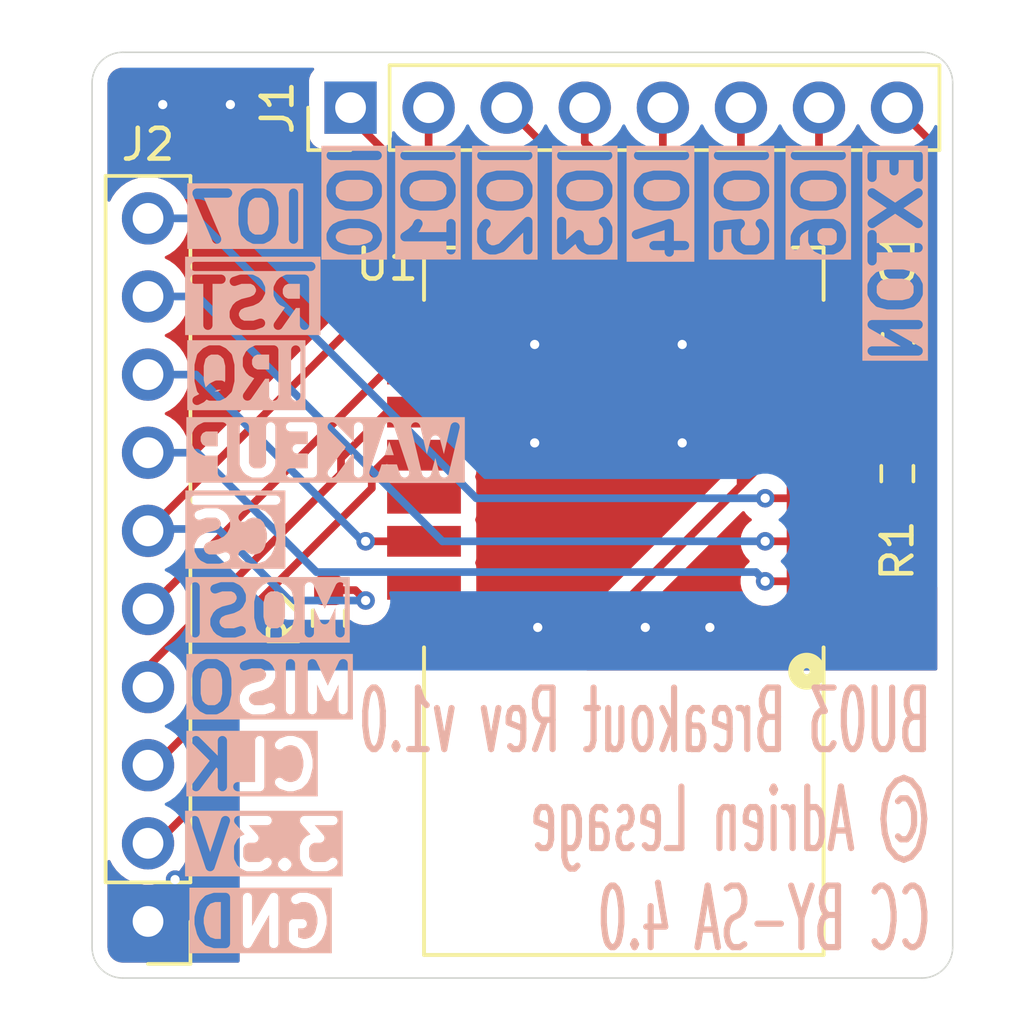
<source format=kicad_pcb>
(kicad_pcb (version 20241229) (generator "pcbnew") (generator_version "9.0")
  (layers (0 "F.Cu" signal) (2 "B.Cu" signal) (13 "F.Paste" user) (15 "B.Paste" user) (5 "F.SilkS" user "F.Silkscreen") (7 "B.SilkS" user "B.Silkscreen") (1 "F.Mask" user) (3 "B.Mask" user) (25 "Edge.Cuts" user))
  (net 0 "")
  (net 1 "+3.3V")
  (net 2 "GND")
  (net 3 "/UWB_IO6")
  (net 4 "/UWB_EXTON")
  (net 5 "/UWB_IO0")
  (net 6 "/UWB_IO2")
  (net 7 "/UWB_IO3")
  (net 8 "/UWB_IO1")
  (net 9 "/UWB_IO5")
  (net 10 "/UWB_IO4")
  (net 11 "/UWB_IO7")
  (net 12 "/SPI_~{CS}")
  (net 13 "/UWB_~{RST}")
  (net 14 "/UWB_WAKEUP")
  (net 15 "/SPI_CLK")
  (net 16 "/SPI_MOSI")
  (net 17 "/UWB_IRQ")
  (net 18 "/SPI_MISO")
  (footprint "Resistor_SMD:R_0603_1608Metric_Pad0.98x0.95mm_HandSolder" (layer "F.Cu") (at 8.9 7.6 -90)
    (property "Reference" "R1" (at 2.5 0 90) (layer "F.SilkS"))
    (property "Value" "10k")
    (fp_line (start -0.254724 0.5225) (end 0.254724 0.5225) (stroke (width 0.12)) (layer "F.SilkS"))
    (fp_line (start -0.254724 -0.5225) (end 0.254724 -0.5225) (stroke (width 0.12)) (layer "F.SilkS"))
    (pad "1" smd roundrect (at -0.9125 0 270) (size 0.975 0.95) (layers "F.Cu" "F.Mask" "F.Paste") (net 1 "+3.3V"))
    (pad "2" smd roundrect (at 0.9125 0 270) (size 0.975 0.95) (layers "F.Cu" "F.Mask" "F.Paste") (net 11 "/UWB_IO7"))
  )
  (footprint "Connector_PinHeader_2.54mm:PinHeader_1x08_P2.54mm_Vertical" (layer "F.Cu") (at -8.89 -4.3 90)
    (property "Reference" "J1" (at 0 -2.38 90) (layer "F.SilkS"))
    (property "Value" "Extra IO")
    (fp_line (start -1.38 -1.38) (end 0 -1.38) (stroke (width 0.12)) (layer "F.SilkS"))
    (fp_line (start -1.38 0) (end -1.38 -1.38) (stroke (width 0.12)) (layer "F.SilkS"))
    (fp_line (start 1.38 1.27) (end 1.38 19.16) (stroke (width 0.12)) (layer "F.SilkS"))
    (fp_line (start -1.38 1.27) (end 1.38 1.27) (stroke (width 0.12)) (layer "F.SilkS"))
    (fp_line (start -1.38 1.27) (end -1.38 19.16) (stroke (width 0.12)) (layer "F.SilkS"))
    (fp_line (start -1.38 19.16) (end 1.38 19.16) (stroke (width 0.12)) (layer "F.SilkS"))
    (pad "1" thru_hole rect (at 0 0 90) (size 1.7 1.7) (drill 1) (layers "*.Cu" "*.Mask") (net 5 "/UWB_IO0"))
    (pad "2" thru_hole circle (at 0 2.54 90) (size 1.7 1.7) (drill 1) (layers "*.Cu" "*.Mask") (net 8 "/UWB_IO1"))
    (pad "3" thru_hole circle (at 0 5.08 90) (size 1.7 1.7) (drill 1) (layers "*.Cu" "*.Mask") (net 6 "/UWB_IO2"))
    (pad "4" thru_hole circle (at 0 7.62 90) (size 1.7 1.7) (drill 1) (layers "*.Cu" "*.Mask") (net 7 "/UWB_IO3"))
    (pad "5" thru_hole circle (at 0 10.16 90) (size 1.7 1.7) (drill 1) (layers "*.Cu" "*.Mask") (net 10 "/UWB_IO4"))
    (pad "6" thru_hole circle (at 0 12.7 90) (size 1.7 1.7) (drill 1) (layers "*.Cu" "*.Mask") (net 9 "/UWB_IO5"))
    (pad "7" thru_hole circle (at 0 15.24 90) (size 1.7 1.7) (drill 1) (layers "*.Cu" "*.Mask") (net 3 "/UWB_IO6"))
    (pad "8" thru_hole circle (at 0 17.78 90) (size 1.7 1.7) (drill 1) (layers "*.Cu" "*.Mask") (net 4 "/UWB_EXTON"))
  )
  (footprint "Resistor_SMD:R_0603_1608Metric_Pad0.98x0.95mm_HandSolder" (layer "F.Cu") (at -9.6 12.3 90)
    (property "Reference" "R2" (at 0 -1.43 90) (layer "F.SilkS"))
    (property "Value" "10k")
    (fp_line (start -0.254724 -0.5225) (end 0.254724 -0.5225) (stroke (width 0.12)) (layer "F.SilkS"))
    (fp_line (start -0.254724 0.5225) (end 0.254724 0.5225) (stroke (width 0.12)) (layer "F.SilkS"))
    (pad "1" smd roundrect (at -0.9125 0 90) (size 0.975 0.95) (layers "F.Cu" "F.Mask" "F.Paste") (net 1 "+3.3V"))
    (pad "2" smd roundrect (at 0.9125 0 90) (size 0.975 0.95) (layers "F.Cu" "F.Mask" "F.Paste") (net 12 "/SPI_~{CS}"))
  )
  (footprint "TuftTrack:Ai-Thinker BU03" (layer "F.Cu") (at 0 11.5 180)
    (property "Reference" "U1" (at 7.7 10.7 0) (layer "F.SilkS"))
    (property "Value" "BU03")
    (fp_line (start 6.5 11.25) (end 6.5 9.55) (stroke (width 0.127)) (layer "F.SilkS"))
    (fp_line (start 6.5 -1.75) (end 6.5 -11.75) (stroke (width 0.127)) (layer "F.SilkS"))
    (fp_line (start 5.5 11.25) (end 6.5 11.25) (stroke (width 0.127)) (layer "F.SilkS"))
    (fp_line (start -6.5 11.25) (end -5.5 11.25) (stroke (width 0.127)) (layer "F.SilkS"))
    (fp_line (start -6.5 11.25) (end -6.5 9.55) (stroke (width 0.127)) (layer "F.SilkS"))
    (fp_line (start -6.5 -1.75) (end -6.5 -11.75) (stroke (width 0.127)) (layer "F.SilkS"))
    (fp_line (start -6.5 -11.75) (end 6.5 -11.75) (stroke (width 0.127)) (layer "F.SilkS"))
    (fp_circle (center -5.95 -2.52444) (end -5.95 -2.62444) (stroke (width 0.5)) (fill no) (layer "F.SilkS"))
    (pad "1" smd rect (at -6.5 -1.1 180) (size 2.4 1) (layers "F.Cu" "F.Mask" "F.Paste") (net 4 "/UWB_EXTON"))
    (pad "2" smd rect (at -6.5 0.3 180) (size 2.4 1) (layers "F.Cu" "F.Mask" "F.Paste") (net 14 "/UWB_WAKEUP"))
    (pad "3" smd rect (at -6.5 1.7 180) (size 2.4 1) (layers "F.Cu" "F.Mask" "F.Paste") (net 13 "/UWB_~{RST}"))
    (pad "4" smd rect (at -6.5 3.1 180) (size 2.4 1) (layers "F.Cu" "F.Mask" "F.Paste") (net 11 "/UWB_IO7"))
    (pad "5" smd rect (at -6.5 4.5 180) (size 2.4 1) (layers "F.Cu" "F.Mask" "F.Paste") (net 1 "+3.3V"))
    (pad "6" smd rect (at -6.5 5.9 180) (size 2.4 1) (layers "F.Cu" "F.Mask" "F.Paste") (net 1 "+3.3V"))
    (pad "7" smd rect (at -6.5 7.3 180) (size 2.4 1) (layers "F.Cu" "F.Mask" "F.Paste") (net 1 "+3.3V"))
    (pad "8" smd rect (at -6.5 8.7 180) (size 2.4 1) (layers "F.Cu" "F.Mask" "F.Paste") (net 2 "GND"))
    (pad "9" smd rect (at -4.9 11.25 270) (size 2.4 1) (layers "F.Cu" "F.Mask" "F.Paste") (net 3 "/UWB_IO6"))
    (pad "10" smd rect (at -3.5 11.25 270) (size 2.4 1) (layers "F.Cu" "F.Mask" "F.Paste") (net 9 "/UWB_IO5"))
    (pad "11" smd rect (at -2.1 11.25 270) (size 2.4 1) (layers "F.Cu" "F.Mask" "F.Paste") (net 10 "/UWB_IO4"))
    (pad "12" smd rect (at -0.7 11.25 270) (size 2.4 1) (layers "F.Cu" "F.Mask" "F.Paste") (net 7 "/UWB_IO3"))
    (pad "13" smd rect (at 0.7 11.25 270) (size 2.4 1) (layers "F.Cu" "F.Mask" "F.Paste") (net 6 "/UWB_IO2"))
    (pad "14" smd rect (at 2.1 11.25 270) (size 2.4 1) (layers "F.Cu" "F.Mask" "F.Paste") (net 8 "/UWB_IO1"))
    (pad "15" smd rect (at 3.5 11.25 270) (size 2.4 1) (layers "F.Cu" "F.Mask" "F.Paste") (net 5 "/UWB_IO0"))
    (pad "16" smd rect (at 4.9 11.25 270) (size 2.4 1) (layers "F.Cu" "F.Mask" "F.Paste") (net 2 "GND"))
    (pad "17" smd rect (at 6.5 8.7 180) (size 2.4 1) (layers "F.Cu" "F.Mask" "F.Paste") (net 12 "/SPI_~{CS}"))
    (pad "18" smd rect (at 6.5 7.3 180) (size 2.4 1) (layers "F.Cu" "F.Mask" "F.Paste") (net 16 "/SPI_MOSI"))
    (pad "19" smd rect (at 6.5 5.9 180) (size 2.4 1) (layers "F.Cu" "F.Mask" "F.Paste") (net 18 "/SPI_MISO"))
    (pad "20" smd rect (at 6.5 4.5 180) (size 2.4 1) (layers "F.Cu" "F.Mask" "F.Paste") (net 15 "/SPI_CLK"))
    (pad "21" smd rect (at 6.5 3.1 180) (size 2.4 1) (layers "F.Cu" "F.Mask" "F.Paste"))
    (pad "22" smd rect (at 6.5 1.7 180) (size 2.4 1) (layers "F.Cu" "F.Mask" "F.Paste") (net 17 "/UWB_IRQ"))
    (pad "23" smd rect (at 6.5 0.3 180) (size 2.4 1) (layers "F.Cu" "F.Mask" "F.Paste"))
    (pad "24" smd rect (at 6.5 -1.1 180) (size 2.4 1) (layers "F.Cu" "F.Mask" "F.Paste") (net 2 "GND"))
  )
  (footprint "Connector_PinHeader_2.54mm:PinHeader_1x10_P2.54mm_Vertical" (layer "F.Cu") (at -15.48 22.16 180)
    (property "Reference" "J2" (at 0 25.26 0) (layer "F.SilkS"))
    (property "Value" "Main Header")
    (fp_line (start 1.38 1.27) (end 1.38 24.24) (stroke (width 0.12)) (layer "F.SilkS"))
    (fp_line (start -1.38 24.24) (end 1.38 24.24) (stroke (width 0.12)) (layer "F.SilkS"))
    (fp_line (start -1.38 1.27) (end 1.38 1.27) (stroke (width 0.12)) (layer "F.SilkS"))
    (fp_line (start -1.38 1.27) (end -1.38 24.24) (stroke (width 0.12)) (layer "F.SilkS"))
    (fp_line (start -1.38 0) (end -1.38 -1.38) (stroke (width 0.12)) (layer "F.SilkS"))
    (fp_line (start -1.38 -1.38) (end 0 -1.38) (stroke (width 0.12)) (layer "F.SilkS"))
    (pad "1" thru_hole rect (at 0 0 180) (size 1.7 1.7) (drill 1) (layers "*.Cu" "*.Mask") (net 2 "GND"))
    (pad "2" thru_hole circle (at 0 2.54 180) (size 1.7 1.7) (drill 1) (layers "*.Cu" "*.Mask") (net 1 "+3.3V"))
    (pad "3" thru_hole circle (at 0 5.08 180) (size 1.7 1.7) (drill 1) (layers "*.Cu" "*.Mask") (net 15 "/SPI_CLK"))
    (pad "4" thru_hole circle (at 0 7.62 180) (size 1.7 1.7) (drill 1) (layers "*.Cu" "*.Mask") (net 18 "/SPI_MISO"))
    (pad "5" thru_hole circle (at 0 10.16 180) (size 1.7 1.7) (drill 1) (layers "*.Cu" "*.Mask") (net 16 "/SPI_MOSI"))
    (pad "6" thru_hole circle (at 0 12.7 180) (size 1.7 1.7) (drill 1) (layers "*.Cu" "*.Mask") (net 12 "/SPI_~{CS}"))
    (pad "7" thru_hole circle (at 0 15.24 180) (size 1.7 1.7) (drill 1) (layers "*.Cu" "*.Mask") (net 14 "/UWB_WAKEUP"))
    (pad "8" thru_hole circle (at 0 17.78 180) (size 1.7 1.7) (drill 1) (layers "*.Cu" "*.Mask") (net 17 "/UWB_IRQ"))
    (pad "9" thru_hole circle (at 0 20.32 180) (size 1.7 1.7) (drill 1) (layers "*.Cu" "*.Mask") (net 13 "/UWB_~{RST}"))
    (pad "10" thru_hole circle (at 0 22.86 180) (size 1.7 1.7) (drill 1) (layers "*.Cu" "*.Mask") (net 11 "/UWB_IO7"))
  )
  (footprint "Capacitor_SMD:C_0603_1608Metric_Pad1.08x0.95mm_HandSolder" (layer "F.Cu") (at 8.93125 3.2 90)
    (property "Reference" "C1" (at 2.6 0 90) (layer "F.SilkS"))
    (property "Value" "10uF")
    (fp_line (start -0.146267 -0.51) (end 0.146267 -0.51) (stroke (width 0.12)) (layer "F.SilkS"))
    (fp_line (start -0.146267 0.51) (end 0.146267 0.51) (stroke (width 0.12)) (layer "F.SilkS"))
    (pad "1" smd roundrect (at -0.8625 0 90) (size 1.075 0.95) (layers "F.Cu" "F.Mask" "F.Paste") (net 1 "+3.3V"))
    (pad "2" smd roundrect (at 0.8625 0 90) (size 1.075 0.95) (layers "F.Cu" "F.Mask" "F.Paste") (net 2 "GND"))
  )
  (gr_line (start -17.3 23) (end -17.3 -5.1) (stroke (width 0.05)) (layer "Edge.Cuts"))
  (gr_arc (start -16.3 24) (mid -17.007107 23.707107) (end -17.3 23) (stroke (width 0.05)) (layer "Edge.Cuts"))
  (gr_line (start 9.7 24) (end -16.3 24) (stroke (width 0.05)) (layer "Edge.Cuts"))
  (gr_line (start -16.3 -6.1) (end 9.7 -6.1) (stroke (width 0.05)) (layer "Edge.Cuts"))
  (gr_arc (start -17.3 -5.1) (mid -17.007107 -5.807107) (end -16.3 -6.1) (stroke (width 0.05)) (layer "Edge.Cuts"))
  (gr_arc (start 9.7 -6.1) (mid 10.407107 -5.807107) (end 10.7 -5.1) (stroke (width 0.05)) (layer "Edge.Cuts"))
  (gr_line (start 10.7 -5.1) (end 10.7 23) (stroke (width 0.05)) (layer "Edge.Cuts"))
  (gr_arc (start 10.7 23) (mid 10.407107 23.707107) (end 9.7 24) (stroke (width 0.05)) (layer "Edge.Cuts"))
  (gr_text "IO6" (at 6.4 -3.3 90) (layer "B.SilkS" knockout) (effects (font (size 1.5 1.5) (thickness 0.3) (bold yes)) (justify left mirror)))
  (gr_text "3.3V" (at -14.3 19.7 0) (layer "B.SilkS" knockout) (effects (font (size 1.5 1.5) (thickness 0.3) (bold yes)) (justify right mirror)))
  (gr_text "MOSI" (at -14.5 12.1 0) (layer "B.SilkS" knockout) (effects (font (size 1.5 1.5) (thickness 0.3) (bold yes)) (justify right mirror)))
  (gr_text "IO7" (at -14.3 -0.7 0) (layer "B.SilkS" knockout) (effects (font (size 1.5 1.5) (thickness 0.3) (bold yes)) (justify right mirror)))
  (gr_text "IO0" (at -8.7 -3.3 90) (layer "B.SilkS" knockout) (effects (font (size 1.5 1.5) (thickness 0.3) (bold yes)) (justify left mirror)))
  (gr_text "IO1" (at -6.3 -3.3 90) (layer "B.SilkS" knockout) (effects (font (size 1.5 1.5) (thickness 0.3) (bold yes)) (justify left mirror)))
  (gr_text "IO3" (at -1.2 -3.3 90) (layer "B.SilkS" knockout) (effects (font (size 1.5 1.5) (thickness 0.3) (bold yes)) (justify left mirror)))
  (gr_text "IO2" (at -3.8 -3.3 90) (layer "B.SilkS" knockout) (effects (font (size 1.5 1.5) (thickness 0.3) (bold yes)) (justify left mirror)))
  (gr_text "GND" (at -14.3 22.2 0) (layer "B.SilkS" knockout) (effects (font (size 1.5 1.5) (thickness 0.3) (bold yes)) (justify right mirror)))
  (gr_text "IO5" (at 3.9 -3.3 90) (layer "B.SilkS" knockout) (effects (font (size 1.5 1.5) (thickness 0.3) (bold yes)) (justify left mirror)))
  (gr_text "IO4" (at 1.3 -3.3 90) (layer "B.SilkS" knockout) (effects (font (size 1.5 1.5) (thickness 0.3) (bold yes)) (justify left mirror)))
  (gr_text "EXTON" (at 8.9 -3.3 90) (layer "B.SilkS" knockout) (effects (font (size 1.5 1.5) (thickness 0.3) (bold yes)) (justify left mirror)))
  (gr_text "WAKEUP" (at -14.4 6.9 0) (layer "B.SilkS" knockout) (effects (font (size 1.5 1.5) (thickness 0.3) (bold yes)) (justify right mirror)))
  (gr_text "BU03 Breakout Rev v1.0\n© Adrien Lesage\nCC BY-SA 4.0" (at 10.1 23.25 0) (layer "B.SilkS") (effects (font (size 2 1) (thickness 0.2) (bold yes)) (justify left bottom mirror)))
  (gr_text "IRQ" (at -14.3 4.4 0) (layer "B.SilkS" knockout) (effects (font (size 1.5 1.5) (thickness 0.3) (bold yes)) (justify right mirror)))
  (gr_text "~{RST}" (at -14.3 2.1 0) (layer "B.SilkS" knockout) (effects (font (size 1.5 1.5) (thickness 0.3) (bold yes)) (justify right mirror)))
  (gr_text "CLK" (at -14.4 17.1 0) (layer "B.SilkS" knockout) (effects (font (size 1.5 1.5) (thickness 0.3) (bold yes)) (justify right mirror)))
  (gr_text "MISO" (at -14.4 14.6 0) (layer "B.SilkS" knockout) (effects (font (size 1.5 1.5) (thickness 0.3) (bold yes)) (justify right mirror)))
  (gr_text "~{CS}" (at -14.3 9.7 0) (layer "B.SilkS" knockout) (effects (font (size 1.5 1.5) (thickness 0.3) (bold yes)) (justify right mirror)))
  (segment (start -13 17.42) (end -13 14) (width 0.25) (layer "F.Cu") (net 1))
  (segment (start 8.9 6.6875) (end 8.9 4.09375) (width 0.25) (layer "F.Cu") (net 1))
  (segment (start -15.2 19.62) (end -13 17.42) (width 0.25) (layer "F.Cu") (net 1))
  (segment (start 8.79375 4.2) (end 8.93125 4.0625) (width 0.25) (layer "F.Cu") (net 1))
  (segment (start 4.7 5.6) (end 6.5 5.6) (width 0.25) (layer "F.Cu") (net 1))
  (segment (start 3.8 5) (end 3.8 8) (width 0.25) (layer "F.Cu") (net 1))
  (segment (start -9.3125 13.5) (end -1.7 13.5) (width 0.25) (layer "F.Cu") (net 1))
  (segment (start 8.93125 4.0625) (end 8.93125 5.06875) (width 0.25) (layer "F.Cu") (net 1))
  (segment (start 8.5875 7) (end 8.9 6.6875) (width 0.25) (layer "F.Cu") (net 1))
  (segment (start -15.48 19.62) (end -15.2 19.62) (width 0.25) (layer "F.Cu") (net 1))
  (segment (start -9.6 13.2125) (end -9.3125 13.5) (width 0.25) (layer "F.Cu") (net 1))
  (segment (start 3.8 8) (end 4.8 7) (width 0.25) (layer "F.Cu") (net 1))
  (segment (start -13 14) (end -12.2125 13.2125) (width 0.25) (layer "F.Cu") (net 1))
  (segment (start 8.4 5.6) (end 6.5 5.6) (width 0.25) (layer "F.Cu") (net 1))
  (segment (start 3.8 6.5) (end 4.7 5.6) (width 0.25) (layer "F.Cu") (net 1))
  (segment (start 6.5 4.2) (end 4.6 4.2) (width 0.25) (layer "F.Cu") (net 1))
  (segment (start -1.7 13.5) (end 3.8 8) (width 0.25) (layer "F.Cu") (net 1))
  (segment (start 8.93125 5.06875) (end 8.4 5.6) (width 0.25) (layer "F.Cu") (net 1))
  (segment (start 6.5 7) (end 8.5875 7) (width 0.25) (layer "F.Cu") (net 1))
  (segment (start 4.6 4.2) (end 3.8 5) (width 0.25) (layer "F.Cu") (net 1))
  (segment (start 4.8 7) (end 6.5 7) (width 0.25) (layer "F.Cu") (net 1))
  (segment (start 6.5 4.2) (end 8.79375 4.2) (width 0.25) (layer "F.Cu") (net 1))
  (segment (start -12.2125 13.2125) (end -9.6 13.2125) (width 0.25) (layer "F.Cu") (net 1))
  (segment (start 8.9 4.09375) (end 8.93125 4.0625) (width 0.25) (layer "F.Cu") (net 1))
  (via (at -14.6 20.8) (size 0.6) (drill 0.3) (layers "F.Cu" "B.Cu") (net 2))
  (via (at 2.8 12.6) (size 0.6) (drill 0.3) (layers "F.Cu" "B.Cu") (net 2))
  (via (at -2.9 3.4) (size 0.6) (drill 0.3) (layers "F.Cu" "B.Cu") (net 2))
  (via (at 1.9 3.4) (size 0.6) (drill 0.3) (layers "F.Cu" "B.Cu") (net 2))
  (via (at 1.9 6.6) (size 0.6) (drill 0.3) (layers "F.Cu" "B.Cu") (net 2))
  (via (at 0.7 12.6) (size 0.6) (drill 0.3) (layers "F.Cu" "B.Cu") (net 2))
  (via (at -2.9 6.6) (size 0.6) (drill 0.3) (layers "F.Cu" "B.Cu") (net 2))
  (via (at -2.8 12.6) (size 0.6) (drill 0.3) (layers "F.Cu" "B.Cu") (net 2))
  (via (at -12.8 -4.4) (size 0.6) (drill 0.3) (layers "F.Cu" "B.Cu") (net 2))
  (via (at -15 -4.4) (size 0.6) (drill 0.3) (layers "F.Cu" "B.Cu") (net 2))
  (segment (start 4.9 0.25) (end 4.9 -1.2) (width 0.25) (layer "F.Cu") (net 3))
  (segment (start 4.9 -1.2) (end 6.35 -2.65) (width 0.25) (layer "F.Cu") (net 3))
  (segment (start 6.35 -2.65) (end 6.35 -4.3) (width 0.25) (layer "F.Cu") (net 3))
  (segment (start 10 -3.19) (end 10 10.5) (width 0.25) (layer "F.Cu") (net 4))
  (segment (start 8.89 -4.3) (end 10 -3.19) (width 0.25) (layer "F.Cu") (net 4))
  (segment (start 10 10.5) (end 7.9 12.6) (width 0.25) (layer "F.Cu") (net 4))
  (segment (start 7.9 12.6) (end 6.5 12.6) (width 0.25) (layer "F.Cu") (net 4))
  (segment (start -6.5 -1.6) (end -8.89 -3.99) (width 0.25) (layer "F.Cu") (net 5))
  (segment (start -3.9 -1.6) (end -6.5 -1.6) (width 0.25) (layer "F.Cu") (net 5))
  (segment (start -3.5 -1.2) (end -3.9 -1.6) (width 0.25) (layer "F.Cu") (net 5))
  (segment (start -8.89 -3.99) (end -8.89 -4.3) (width 0.25) (layer "F.Cu") (net 5))
  (segment (start -3.5 0.25) (end -3.5 -1.2) (width 0.25) (layer "F.Cu") (net 5))
  (segment (start -3.81 -4.3) (end -0.7 -1.19) (width 0.25) (layer "F.Cu") (net 6))
  (segment (start -0.7 -1.19) (end -0.7 0.25) (width 0.25) (layer "F.Cu") (net 6))
  (segment (start -1.27 -3.17) (end 0.7 -1.2) (width 0.25) (layer "F.Cu") (net 7))
  (segment (start 0.7 -1.2) (end 0.7 0.25) (width 0.25) (layer "F.Cu") (net 7))
  (segment (start -1.27 -4.3) (end -1.27 -3.17) (width 0.25) (layer "F.Cu") (net 7))
  (segment (start -6.35 -2.95) (end -5.9 -2.5) (width 0.25) (layer "F.Cu") (net 8))
  (segment (start -6.35 -4.3) (end -6.35 -2.95) (width 0.25) (layer "F.Cu") (net 8))
  (segment (start -5.9 -2.5) (end -3.4 -2.5) (width 0.25) (layer "F.Cu") (net 8))
  (segment (start -2.1 -1.2) (end -2.1 0.25) (width 0.25) (layer "F.Cu") (net 8))
  (segment (start -3.4 -2.5) (end -2.1 -1.2) (width 0.25) (layer "F.Cu") (net 8))
  (segment (start 3.5 0.25) (end 3.5 -1.3) (width 0.25) (layer "F.Cu") (net 9))
  (segment (start 3.5 -1.3) (end 3.81 -1.61) (width 0.25) (layer "F.Cu") (net 9))
  (segment (start 3.81 -1.61) (end 3.81 -4.3) (width 0.25) (layer "F.Cu") (net 9))
  (segment (start 1.27 -4.3) (end 1.27 -2.03) (width 0.25) (layer "F.Cu") (net 10))
  (segment (start 1.27 -2.03) (end 2.1 -1.2) (width 0.25) (layer "F.Cu") (net 10))
  (segment (start 2.1 -1.2) (end 2.1 0.25) (width 0.25) (layer "F.Cu") (net 10))
  (segment (start 8.9 8.5125) (end 6.6125 8.5125) (width 0.25) (layer "F.Cu") (net 11))
  (segment (start 6.6125 8.5125) (end 6.5 8.4) (width 0.25) (layer "F.Cu") (net 11))
  (segment (start 6.5 8.4) (end 4.6 8.4) (width 0.25) (layer "F.Cu") (net 11))
  (via (at 4.6 8.4) (size 0.6) (drill 0.3) (layers "F.Cu" "B.Cu") (net 11))
  (segment (start -4.8 8.4) (end -13.9 -0.7) (width 0.25) (layer "B.Cu") (net 11))
  (segment (start 4.6 8.4) (end -4.8 8.4) (width 0.25) (layer "B.Cu") (net 11))
  (segment (start -13.9 -0.7) (end -15.48 -0.7) (width 0.25) (layer "B.Cu") (net 11))
  (segment (start -8.4 11.725) (end -8.7375 11.3875) (width 0.25) (layer "F.Cu") (net 12))
  (segment (start -8.7375 11.3875) (end -9.6 11.3875) (width 0.25) (layer "F.Cu") (net 12))
  (segment (start -8.82 2.8) (end -6.5 2.8) (width 0.25) (layer "F.Cu") (net 12))
  (segment (start -15.48 9.46) (end -8.82 2.8) (width 0.25) (layer "F.Cu") (net 12))
  (via (at -8.4 11.725) (size 0.6) (drill 0.3) (layers "F.Cu" "B.Cu") (net 12))
  (segment (start -10.875 11.725) (end -13.2 9.4) (width 0.25) (layer "B.Cu") (net 12))
  (segment (start -15.42 9.4) (end -15.48 9.46) (width 0.25) (layer "B.Cu") (net 12))
  (segment (start -13.2 9.4) (end -15.42 9.4) (width 0.25) (layer "B.Cu") (net 12))
  (segment (start -8.4 11.725) (end -10.875 11.725) (width 0.25) (layer "B.Cu") (net 12))
  (segment (start 4.6 9.8) (end 6.5 9.8) (width 0.25) (layer "F.Cu") (net 13))
  (via (at 4.6 9.8) (size 0.6) (drill 0.3) (layers "F.Cu" "B.Cu") (net 13))
  (segment (start -13.86 1.84) (end -15.48 1.84) (width 0.25) (layer "B.Cu") (net 13))
  (segment (start 4.6 9.8) (end -5.9 9.8) (width 0.25) (layer "B.Cu") (net 13))
  (segment (start -5.9 9.8) (end -13.86 1.84) (width 0.25) (layer "B.Cu") (net 13))
  (segment (start 6.4 11.1) (end 6.5 11.2) (width 0.25) (layer "F.Cu") (net 14))
  (segment (start 4.6 11.1) (end 6.4 11.1) (width 0.25) (layer "F.Cu") (net 14))
  (via (at 4.6 11.1) (size 0.6) (drill 0.3) (layers "F.Cu" "B.Cu") (net 14))
  (segment (start -13.88 6.92) (end -15.48 6.92) (width 0.25) (layer "B.Cu") (net 14))
  (segment (start 4.6 11.1) (end 4.3 10.8) (width 0.25) (layer "B.Cu") (net 14))
  (segment (start 4.3 10.8) (end -10 10.8) (width 0.25) (layer "B.Cu") (net 14))
  (segment (start -10 10.8) (end -13.88 6.92) (width 0.25) (layer "B.Cu") (net 14))
  (segment (start -15.26 17.08) (end -15.48 17.08) (width 0.25) (layer "F.Cu") (net 15))
  (segment (start -14 15.82) (end -15.26 17.08) (width 0.25) (layer "F.Cu") (net 15))
  (segment (start -6.5 7) (end -7.6 7) (width 0.25) (layer "F.Cu") (net 15))
  (segment (start -7.6 7) (end -8.2 7.6) (width 0.25) (layer "F.Cu") (net 15))
  (segment (start -8.2 8.075) (end -14 13.875) (width 0.25) (layer "F.Cu") (net 15))
  (segment (start -8.2 7.6) (end -8.2 8.075) (width 0.25) (layer "F.Cu") (net 15))
  (segment (start -14 13.875) (end -14 15.82) (width 0.25) (layer "F.Cu") (net 15))
  (segment (start -14.781558 11.301558) (end -14.78 11.301558) (width 0.25) (layer "F.Cu") (net 16))
  (segment (start -14.78 11.301558) (end -7.678442 4.2) (width 0.25) (layer "F.Cu") (net 16))
  (segment (start -7.678442 4.2) (end -6.5 4.2) (width 0.25) (layer "F.Cu") (net 16))
  (segment (start -15.48 12) (end -14.781558 11.301558) (width 0.25) (layer "F.Cu") (net 16))
  (segment (start -8.4 9.8) (end -6.5 9.8) (width 0.25) (layer "F.Cu") (net 17))
  (via (at -8.4 9.8) (size 0.6) (drill 0.3) (layers "F.Cu" "B.Cu") (net 17))
  (segment (start -8.5 9.7) (end -8.6 9.7) (width 0.25) (layer "B.Cu") (net 17))
  (segment (start -8.4 9.8) (end -8.5 9.7) (width 0.25) (layer "B.Cu") (net 17))
  (segment (start -13.92 4.38) (end -15.48 4.38) (width 0.25) (layer "B.Cu") (net 17))
  (segment (start -8.6 9.7) (end -13.92 4.38) (width 0.25) (layer "B.Cu") (net 17))
  (segment (start -15.48 13.88) (end -9.2 7.6) (width 0.25) (layer "F.Cu") (net 18))
  (segment (start -9.2 7.1) (end -7.7 5.6) (width 0.25) (layer "F.Cu") (net 18))
  (segment (start -7.7 5.6) (end -6.5 5.6) (width 0.25) (layer "F.Cu") (net 18))
  (segment (start -9.2 7.6) (end -9.2 7.1) (width 0.25) (layer "F.Cu") (net 18))
  (segment (start -15.48 14.54) (end -15.48 13.88) (width 0.25) (layer "F.Cu") (net 18))
  (zone (net 0) (net_name "") (layers "F.Cu" "B.Cu") (connect_pads yes (clearance 0)) (min_thickness 0.1)
    (keepout (tracks not_allowed) (vias not_allowed) (pads not_allowed) (copperpour not_allowed) (footprints allowed))
    (fill (thermal_gap 0.5) (thermal_bridge_width 0.5))
    (polygon (pts (xy 12.6 24.4) (xy -12.5 24.4) (xy -12.5 14) (xy 12.6 14)))
  )
  (zone (net 2) (net_name "GND") (layers "F.Cu" "B.Cu") (connect_pads yes (clearance 0.5)) (min_thickness 0.1) (fill yes (thermal_gap 0.5) (thermal_bridge_width 0.5))
    (polygon (pts (xy -18.8 -7.5) (xy 12.3 -7.8) (xy 12.3 25.4) (xy -19 25.5)))
  )
)
</source>
